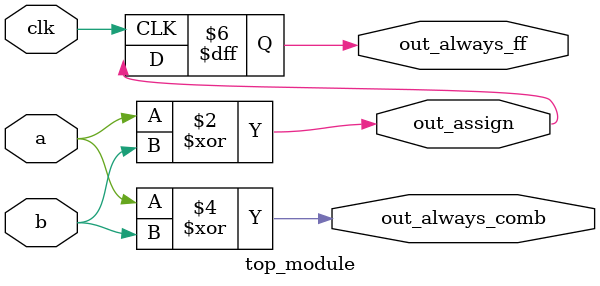
<source format=sv>
module top_module(
    input clk,
    input a,
    input b,
    output reg out_assign,
    output reg out_always_comb,
    output reg out_always_ff
);

    // Assign the XOR of a and b to out_assign
    always @(*) begin
        out_assign = a ^ b;
    end

    // Assign the same value as out_assign to out_always_comb
    always @(a, b) begin
        out_always_comb = a ^ b;
    end

    // Assign the same value as out_assign to out_always_ff on the rising edge of clk
    always @(posedge clk) begin
        out_always_ff <= out_assign;
    end

endmodule

</source>
